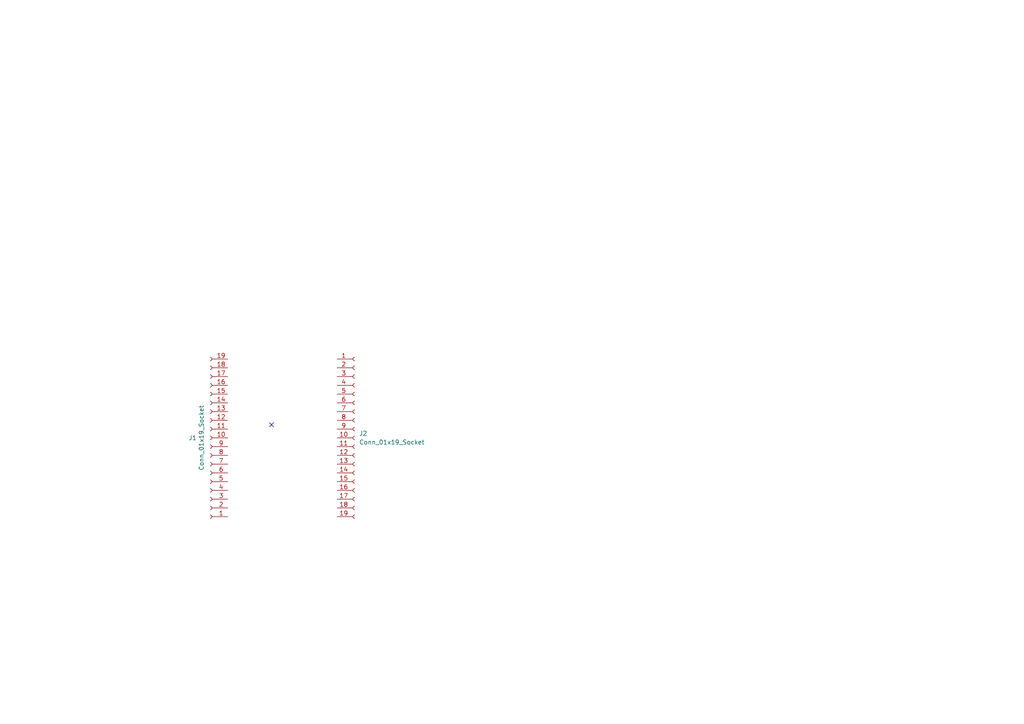
<source format=kicad_sch>
(kicad_sch
	(version 20250114)
	(generator "eeschema")
	(generator_version "9.0")
	(uuid "6321d52b-4f2e-49e1-b837-610f437b7d49")
	(paper "A4")
	(lib_symbols
		(symbol "Connector:Conn_01x19_Socket"
			(pin_names
				(offset 1.016)
				(hide yes)
			)
			(exclude_from_sim no)
			(in_bom yes)
			(on_board yes)
			(property "Reference" "J"
				(at 0 25.4 0)
				(effects
					(font
						(size 1.27 1.27)
					)
				)
			)
			(property "Value" "Conn_01x19_Socket"
				(at 0 -25.4 0)
				(effects
					(font
						(size 1.27 1.27)
					)
				)
			)
			(property "Footprint" ""
				(at 0 0 0)
				(effects
					(font
						(size 1.27 1.27)
					)
					(hide yes)
				)
			)
			(property "Datasheet" "~"
				(at 0 0 0)
				(effects
					(font
						(size 1.27 1.27)
					)
					(hide yes)
				)
			)
			(property "Description" "Generic connector, single row, 01x19, script generated"
				(at 0 0 0)
				(effects
					(font
						(size 1.27 1.27)
					)
					(hide yes)
				)
			)
			(property "ki_locked" ""
				(at 0 0 0)
				(effects
					(font
						(size 1.27 1.27)
					)
				)
			)
			(property "ki_keywords" "connector"
				(at 0 0 0)
				(effects
					(font
						(size 1.27 1.27)
					)
					(hide yes)
				)
			)
			(property "ki_fp_filters" "Connector*:*_1x??_*"
				(at 0 0 0)
				(effects
					(font
						(size 1.27 1.27)
					)
					(hide yes)
				)
			)
			(symbol "Conn_01x19_Socket_1_1"
				(polyline
					(pts
						(xy -1.27 22.86) (xy -0.508 22.86)
					)
					(stroke
						(width 0.1524)
						(type default)
					)
					(fill
						(type none)
					)
				)
				(polyline
					(pts
						(xy -1.27 20.32) (xy -0.508 20.32)
					)
					(stroke
						(width 0.1524)
						(type default)
					)
					(fill
						(type none)
					)
				)
				(polyline
					(pts
						(xy -1.27 17.78) (xy -0.508 17.78)
					)
					(stroke
						(width 0.1524)
						(type default)
					)
					(fill
						(type none)
					)
				)
				(polyline
					(pts
						(xy -1.27 15.24) (xy -0.508 15.24)
					)
					(stroke
						(width 0.1524)
						(type default)
					)
					(fill
						(type none)
					)
				)
				(polyline
					(pts
						(xy -1.27 12.7) (xy -0.508 12.7)
					)
					(stroke
						(width 0.1524)
						(type default)
					)
					(fill
						(type none)
					)
				)
				(polyline
					(pts
						(xy -1.27 10.16) (xy -0.508 10.16)
					)
					(stroke
						(width 0.1524)
						(type default)
					)
					(fill
						(type none)
					)
				)
				(polyline
					(pts
						(xy -1.27 7.62) (xy -0.508 7.62)
					)
					(stroke
						(width 0.1524)
						(type default)
					)
					(fill
						(type none)
					)
				)
				(polyline
					(pts
						(xy -1.27 5.08) (xy -0.508 5.08)
					)
					(stroke
						(width 0.1524)
						(type default)
					)
					(fill
						(type none)
					)
				)
				(polyline
					(pts
						(xy -1.27 2.54) (xy -0.508 2.54)
					)
					(stroke
						(width 0.1524)
						(type default)
					)
					(fill
						(type none)
					)
				)
				(polyline
					(pts
						(xy -1.27 0) (xy -0.508 0)
					)
					(stroke
						(width 0.1524)
						(type default)
					)
					(fill
						(type none)
					)
				)
				(polyline
					(pts
						(xy -1.27 -2.54) (xy -0.508 -2.54)
					)
					(stroke
						(width 0.1524)
						(type default)
					)
					(fill
						(type none)
					)
				)
				(polyline
					(pts
						(xy -1.27 -5.08) (xy -0.508 -5.08)
					)
					(stroke
						(width 0.1524)
						(type default)
					)
					(fill
						(type none)
					)
				)
				(polyline
					(pts
						(xy -1.27 -7.62) (xy -0.508 -7.62)
					)
					(stroke
						(width 0.1524)
						(type default)
					)
					(fill
						(type none)
					)
				)
				(polyline
					(pts
						(xy -1.27 -10.16) (xy -0.508 -10.16)
					)
					(stroke
						(width 0.1524)
						(type default)
					)
					(fill
						(type none)
					)
				)
				(polyline
					(pts
						(xy -1.27 -12.7) (xy -0.508 -12.7)
					)
					(stroke
						(width 0.1524)
						(type default)
					)
					(fill
						(type none)
					)
				)
				(polyline
					(pts
						(xy -1.27 -15.24) (xy -0.508 -15.24)
					)
					(stroke
						(width 0.1524)
						(type default)
					)
					(fill
						(type none)
					)
				)
				(polyline
					(pts
						(xy -1.27 -17.78) (xy -0.508 -17.78)
					)
					(stroke
						(width 0.1524)
						(type default)
					)
					(fill
						(type none)
					)
				)
				(polyline
					(pts
						(xy -1.27 -20.32) (xy -0.508 -20.32)
					)
					(stroke
						(width 0.1524)
						(type default)
					)
					(fill
						(type none)
					)
				)
				(polyline
					(pts
						(xy -1.27 -22.86) (xy -0.508 -22.86)
					)
					(stroke
						(width 0.1524)
						(type default)
					)
					(fill
						(type none)
					)
				)
				(arc
					(start 0 22.352)
					(mid -0.5058 22.86)
					(end 0 23.368)
					(stroke
						(width 0.1524)
						(type default)
					)
					(fill
						(type none)
					)
				)
				(arc
					(start 0 19.812)
					(mid -0.5058 20.32)
					(end 0 20.828)
					(stroke
						(width 0.1524)
						(type default)
					)
					(fill
						(type none)
					)
				)
				(arc
					(start 0 17.272)
					(mid -0.5058 17.78)
					(end 0 18.288)
					(stroke
						(width 0.1524)
						(type default)
					)
					(fill
						(type none)
					)
				)
				(arc
					(start 0 14.732)
					(mid -0.5058 15.24)
					(end 0 15.748)
					(stroke
						(width 0.1524)
						(type default)
					)
					(fill
						(type none)
					)
				)
				(arc
					(start 0 12.192)
					(mid -0.5058 12.7)
					(end 0 13.208)
					(stroke
						(width 0.1524)
						(type default)
					)
					(fill
						(type none)
					)
				)
				(arc
					(start 0 9.652)
					(mid -0.5058 10.16)
					(end 0 10.668)
					(stroke
						(width 0.1524)
						(type default)
					)
					(fill
						(type none)
					)
				)
				(arc
					(start 0 7.112)
					(mid -0.5058 7.62)
					(end 0 8.128)
					(stroke
						(width 0.1524)
						(type default)
					)
					(fill
						(type none)
					)
				)
				(arc
					(start 0 4.572)
					(mid -0.5058 5.08)
					(end 0 5.588)
					(stroke
						(width 0.1524)
						(type default)
					)
					(fill
						(type none)
					)
				)
				(arc
					(start 0 2.032)
					(mid -0.5058 2.54)
					(end 0 3.048)
					(stroke
						(width 0.1524)
						(type default)
					)
					(fill
						(type none)
					)
				)
				(arc
					(start 0 -0.508)
					(mid -0.5058 0)
					(end 0 0.508)
					(stroke
						(width 0.1524)
						(type default)
					)
					(fill
						(type none)
					)
				)
				(arc
					(start 0 -3.048)
					(mid -0.5058 -2.54)
					(end 0 -2.032)
					(stroke
						(width 0.1524)
						(type default)
					)
					(fill
						(type none)
					)
				)
				(arc
					(start 0 -5.588)
					(mid -0.5058 -5.08)
					(end 0 -4.572)
					(stroke
						(width 0.1524)
						(type default)
					)
					(fill
						(type none)
					)
				)
				(arc
					(start 0 -8.128)
					(mid -0.5058 -7.62)
					(end 0 -7.112)
					(stroke
						(width 0.1524)
						(type default)
					)
					(fill
						(type none)
					)
				)
				(arc
					(start 0 -10.668)
					(mid -0.5058 -10.16)
					(end 0 -9.652)
					(stroke
						(width 0.1524)
						(type default)
					)
					(fill
						(type none)
					)
				)
				(arc
					(start 0 -13.208)
					(mid -0.5058 -12.7)
					(end 0 -12.192)
					(stroke
						(width 0.1524)
						(type default)
					)
					(fill
						(type none)
					)
				)
				(arc
					(start 0 -15.748)
					(mid -0.5058 -15.24)
					(end 0 -14.732)
					(stroke
						(width 0.1524)
						(type default)
					)
					(fill
						(type none)
					)
				)
				(arc
					(start 0 -18.288)
					(mid -0.5058 -17.78)
					(end 0 -17.272)
					(stroke
						(width 0.1524)
						(type default)
					)
					(fill
						(type none)
					)
				)
				(arc
					(start 0 -20.828)
					(mid -0.5058 -20.32)
					(end 0 -19.812)
					(stroke
						(width 0.1524)
						(type default)
					)
					(fill
						(type none)
					)
				)
				(arc
					(start 0 -23.368)
					(mid -0.5058 -22.86)
					(end 0 -22.352)
					(stroke
						(width 0.1524)
						(type default)
					)
					(fill
						(type none)
					)
				)
				(pin passive line
					(at -5.08 22.86 0)
					(length 3.81)
					(name "Pin_1"
						(effects
							(font
								(size 1.27 1.27)
							)
						)
					)
					(number "1"
						(effects
							(font
								(size 1.27 1.27)
							)
						)
					)
				)
				(pin passive line
					(at -5.08 20.32 0)
					(length 3.81)
					(name "Pin_2"
						(effects
							(font
								(size 1.27 1.27)
							)
						)
					)
					(number "2"
						(effects
							(font
								(size 1.27 1.27)
							)
						)
					)
				)
				(pin passive line
					(at -5.08 17.78 0)
					(length 3.81)
					(name "Pin_3"
						(effects
							(font
								(size 1.27 1.27)
							)
						)
					)
					(number "3"
						(effects
							(font
								(size 1.27 1.27)
							)
						)
					)
				)
				(pin passive line
					(at -5.08 15.24 0)
					(length 3.81)
					(name "Pin_4"
						(effects
							(font
								(size 1.27 1.27)
							)
						)
					)
					(number "4"
						(effects
							(font
								(size 1.27 1.27)
							)
						)
					)
				)
				(pin passive line
					(at -5.08 12.7 0)
					(length 3.81)
					(name "Pin_5"
						(effects
							(font
								(size 1.27 1.27)
							)
						)
					)
					(number "5"
						(effects
							(font
								(size 1.27 1.27)
							)
						)
					)
				)
				(pin passive line
					(at -5.08 10.16 0)
					(length 3.81)
					(name "Pin_6"
						(effects
							(font
								(size 1.27 1.27)
							)
						)
					)
					(number "6"
						(effects
							(font
								(size 1.27 1.27)
							)
						)
					)
				)
				(pin passive line
					(at -5.08 7.62 0)
					(length 3.81)
					(name "Pin_7"
						(effects
							(font
								(size 1.27 1.27)
							)
						)
					)
					(number "7"
						(effects
							(font
								(size 1.27 1.27)
							)
						)
					)
				)
				(pin passive line
					(at -5.08 5.08 0)
					(length 3.81)
					(name "Pin_8"
						(effects
							(font
								(size 1.27 1.27)
							)
						)
					)
					(number "8"
						(effects
							(font
								(size 1.27 1.27)
							)
						)
					)
				)
				(pin passive line
					(at -5.08 2.54 0)
					(length 3.81)
					(name "Pin_9"
						(effects
							(font
								(size 1.27 1.27)
							)
						)
					)
					(number "9"
						(effects
							(font
								(size 1.27 1.27)
							)
						)
					)
				)
				(pin passive line
					(at -5.08 0 0)
					(length 3.81)
					(name "Pin_10"
						(effects
							(font
								(size 1.27 1.27)
							)
						)
					)
					(number "10"
						(effects
							(font
								(size 1.27 1.27)
							)
						)
					)
				)
				(pin passive line
					(at -5.08 -2.54 0)
					(length 3.81)
					(name "Pin_11"
						(effects
							(font
								(size 1.27 1.27)
							)
						)
					)
					(number "11"
						(effects
							(font
								(size 1.27 1.27)
							)
						)
					)
				)
				(pin passive line
					(at -5.08 -5.08 0)
					(length 3.81)
					(name "Pin_12"
						(effects
							(font
								(size 1.27 1.27)
							)
						)
					)
					(number "12"
						(effects
							(font
								(size 1.27 1.27)
							)
						)
					)
				)
				(pin passive line
					(at -5.08 -7.62 0)
					(length 3.81)
					(name "Pin_13"
						(effects
							(font
								(size 1.27 1.27)
							)
						)
					)
					(number "13"
						(effects
							(font
								(size 1.27 1.27)
							)
						)
					)
				)
				(pin passive line
					(at -5.08 -10.16 0)
					(length 3.81)
					(name "Pin_14"
						(effects
							(font
								(size 1.27 1.27)
							)
						)
					)
					(number "14"
						(effects
							(font
								(size 1.27 1.27)
							)
						)
					)
				)
				(pin passive line
					(at -5.08 -12.7 0)
					(length 3.81)
					(name "Pin_15"
						(effects
							(font
								(size 1.27 1.27)
							)
						)
					)
					(number "15"
						(effects
							(font
								(size 1.27 1.27)
							)
						)
					)
				)
				(pin passive line
					(at -5.08 -15.24 0)
					(length 3.81)
					(name "Pin_16"
						(effects
							(font
								(size 1.27 1.27)
							)
						)
					)
					(number "16"
						(effects
							(font
								(size 1.27 1.27)
							)
						)
					)
				)
				(pin passive line
					(at -5.08 -17.78 0)
					(length 3.81)
					(name "Pin_17"
						(effects
							(font
								(size 1.27 1.27)
							)
						)
					)
					(number "17"
						(effects
							(font
								(size 1.27 1.27)
							)
						)
					)
				)
				(pin passive line
					(at -5.08 -20.32 0)
					(length 3.81)
					(name "Pin_18"
						(effects
							(font
								(size 1.27 1.27)
							)
						)
					)
					(number "18"
						(effects
							(font
								(size 1.27 1.27)
							)
						)
					)
				)
				(pin passive line
					(at -5.08 -22.86 0)
					(length 3.81)
					(name "Pin_19"
						(effects
							(font
								(size 1.27 1.27)
							)
						)
					)
					(number "19"
						(effects
							(font
								(size 1.27 1.27)
							)
						)
					)
				)
			)
			(embedded_fonts no)
		)
	)
	(no_connect
		(at 78.74 123.19)
		(uuid "7341d1ec-ccfe-4eae-9481-08b83d075bef")
	)
	(symbol
		(lib_id "Connector:Conn_01x19_Socket")
		(at 60.96 127 180)
		(unit 1)
		(exclude_from_sim no)
		(in_bom yes)
		(on_board yes)
		(dnp no)
		(uuid "88fe9fe4-8e9c-4fee-a68a-75d484711038")
		(property "Reference" "J1"
			(at 55.88 127 0)
			(effects
				(font
					(size 1.27 1.27)
				)
			)
		)
		(property "Value" "Conn_01x19_Socket"
			(at 58.42 127 90)
			(effects
				(font
					(size 1.27 1.27)
				)
			)
		)
		(property "Footprint" "Connector_PinSocket_2.00mm:PinSocket_1x19_P2.00mm_Vertical"
			(at 60.96 127 0)
			(effects
				(font
					(size 1.27 1.27)
				)
				(hide yes)
			)
		)
		(property "Datasheet" "~"
			(at 60.96 127 0)
			(effects
				(font
					(size 1.27 1.27)
				)
				(hide yes)
			)
		)
		(property "Description" "Generic connector, single row, 01x19, script generated"
			(at 60.96 127 0)
			(effects
				(font
					(size 1.27 1.27)
				)
				(hide yes)
			)
		)
		(pin "13"
			(uuid "d6837f95-d878-4afd-addb-4d901f90f5cc")
		)
		(pin "16"
			(uuid "98ff1ab2-9d6e-4269-b04e-65b6480c2064")
		)
		(pin "14"
			(uuid "bc2c6983-e91a-42da-a3d0-ea6851df4dbc")
		)
		(pin "18"
			(uuid "2a813a89-6ea5-404e-b027-7d151e2ddcf4")
		)
		(pin "17"
			(uuid "b97ec941-f72a-4263-8245-3af5d4d36aad")
		)
		(pin "15"
			(uuid "4f0acd0d-d586-4e11-9700-5aefd53937fa")
		)
		(pin "19"
			(uuid "8c2fe7e6-5114-4a69-9d52-b3874601d625")
		)
		(pin "2"
			(uuid "1bcd092e-e498-47a4-9a3a-928e2dfe1eef")
		)
		(pin "8"
			(uuid "8d20449d-a431-40d2-98e3-d185a708fd8a")
		)
		(pin "9"
			(uuid "9e9aea40-3566-49be-b850-b8d34b40d15c")
		)
		(pin "4"
			(uuid "29205064-17fd-4d57-8a21-19ade6767d87")
		)
		(pin "10"
			(uuid "0ece169a-3d09-4a4e-a01b-81049bc86580")
		)
		(pin "11"
			(uuid "62e47155-c50a-4cc9-b226-5d72ccf9a585")
		)
		(pin "12"
			(uuid "8a48da45-10a4-4c51-95f1-6eeed3389179")
		)
		(pin "1"
			(uuid "2a77fb3a-a5e1-4da2-86fd-e0a4396368c0")
		)
		(pin "3"
			(uuid "16886057-98d1-498e-9c53-21af5fc1b956")
		)
		(pin "5"
			(uuid "3cc1fb5c-bda6-49ec-baf0-fbab96420676")
		)
		(pin "6"
			(uuid "e7dd8b90-2c19-47b2-921c-337a750ffbf9")
		)
		(pin "7"
			(uuid "9a1b678c-36a9-4d3e-b5df-4e0bdef37529")
		)
		(instances
			(project ""
				(path "/6321d52b-4f2e-49e1-b837-610f437b7d49"
					(reference "J1")
					(unit 1)
				)
			)
		)
	)
	(symbol
		(lib_id "Connector:Conn_01x19_Socket")
		(at 102.87 127 0)
		(unit 1)
		(exclude_from_sim no)
		(in_bom yes)
		(on_board yes)
		(dnp no)
		(fields_autoplaced yes)
		(uuid "d5a97e96-3be9-44f4-bc59-ffaedf70d78c")
		(property "Reference" "J2"
			(at 104.14 125.7299 0)
			(effects
				(font
					(size 1.27 1.27)
				)
				(justify left)
			)
		)
		(property "Value" "Conn_01x19_Socket"
			(at 104.14 128.2699 0)
			(effects
				(font
					(size 1.27 1.27)
				)
				(justify left)
			)
		)
		(property "Footprint" "Connector_PinSocket_2.00mm:PinSocket_1x19_P2.00mm_Vertical"
			(at 102.87 127 0)
			(effects
				(font
					(size 1.27 1.27)
				)
				(hide yes)
			)
		)
		(property "Datasheet" "~"
			(at 102.87 127 0)
			(effects
				(font
					(size 1.27 1.27)
				)
				(hide yes)
			)
		)
		(property "Description" "Generic connector, single row, 01x19, script generated"
			(at 102.87 127 0)
			(effects
				(font
					(size 1.27 1.27)
				)
				(hide yes)
			)
		)
		(pin "13"
			(uuid "db7da01a-e066-4725-8143-38e9ea77aed4")
		)
		(pin "16"
			(uuid "92381bc0-fd79-4182-8974-9e90712e0cc3")
		)
		(pin "14"
			(uuid "8e4ec0f9-230b-4413-ba23-f84843173c5b")
		)
		(pin "18"
			(uuid "e7c93807-ec94-44c7-ba9b-8b6aaf735729")
		)
		(pin "17"
			(uuid "61b945d6-ba28-4720-965f-f0f02c6020d6")
		)
		(pin "15"
			(uuid "f00be301-4837-4a0e-b8ec-09fa91a22b5e")
		)
		(pin "19"
			(uuid "36d028a0-af91-455a-9acc-b668ada1c170")
		)
		(pin "2"
			(uuid "2fa9fbbf-a27f-43a7-bb97-3bb57537d048")
		)
		(pin "8"
			(uuid "786513a0-b383-49f8-b878-730b27d34f95")
		)
		(pin "9"
			(uuid "6960a459-adf2-4764-982b-bf7b8001e6cf")
		)
		(pin "4"
			(uuid "10e06b3d-3e45-4fb5-b325-4a740b7d0be0")
		)
		(pin "10"
			(uuid "39c2a633-2710-4d22-ba3b-3606e01f2a25")
		)
		(pin "11"
			(uuid "8b74efce-1c29-4ec6-9451-deceefa0ce4f")
		)
		(pin "12"
			(uuid "53a51d1a-a552-4edb-807a-2f7338928e5b")
		)
		(pin "1"
			(uuid "1f493ef1-f3a4-4336-91e0-6e69851bb38e")
		)
		(pin "3"
			(uuid "98664999-7b24-4e68-b7cb-94377a307d51")
		)
		(pin "5"
			(uuid "889d594f-a2f5-4f8e-a461-da210b76c7de")
		)
		(pin "6"
			(uuid "abf5acd8-2b9c-44d5-880d-cda109520dfe")
		)
		(pin "7"
			(uuid "3dde69ef-5b64-4252-8b53-d4f8b4d8260e")
		)
		(instances
			(project "Final"
				(path "/6321d52b-4f2e-49e1-b837-610f437b7d49"
					(reference "J2")
					(unit 1)
				)
			)
		)
	)
	(sheet_instances
		(path "/"
			(page "1")
		)
	)
	(embedded_fonts no)
)

</source>
